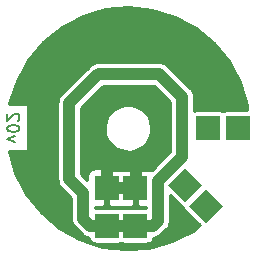
<source format=gbr>
G04 #@! TF.GenerationSoftware,KiCad,Pcbnew,no-vcs-found-5013ea2~58~ubuntu16.04.1*
G04 #@! TF.CreationDate,2017-05-24T10:35:15-06:00*
G04 #@! TF.ProjectId,HiBeam_4-pack_v02,48694265616D5F342D7061636B5F7630,rev?*
G04 #@! TF.FileFunction,Copper,L2,Bot,Signal*
G04 #@! TF.FilePolarity,Positive*
%FSLAX46Y46*%
G04 Gerber Fmt 4.6, Leading zero omitted, Abs format (unit mm)*
G04 Created by KiCad (PCBNEW no-vcs-found-5013ea2~58~ubuntu16.04.1) date Wed May 24 10:35:15 2017*
%MOMM*%
%LPD*%
G01*
G04 APERTURE LIST*
%ADD10C,0.100000*%
%ADD11C,0.203200*%
%ADD12R,2.000000X2.000000*%
%ADD13C,2.000000*%
%ADD14C,0.600000*%
%ADD15C,1.016000*%
%ADD16C,0.609600*%
%ADD17C,0.254000*%
G04 APERTURE END LIST*
D10*
D11*
X136387114Y-99558323D02*
X135709780Y-99316419D01*
X136387114Y-99074514D01*
X136725780Y-98493942D02*
X136725780Y-98397180D01*
X136677400Y-98300419D01*
X136629019Y-98252038D01*
X136532257Y-98203657D01*
X136338733Y-98155276D01*
X136096828Y-98155276D01*
X135903304Y-98203657D01*
X135806542Y-98252038D01*
X135758161Y-98300419D01*
X135709780Y-98397180D01*
X135709780Y-98493942D01*
X135758161Y-98590704D01*
X135806542Y-98639085D01*
X135903304Y-98687466D01*
X136096828Y-98735847D01*
X136338733Y-98735847D01*
X136532257Y-98687466D01*
X136629019Y-98639085D01*
X136677400Y-98590704D01*
X136725780Y-98493942D01*
X136629019Y-97768228D02*
X136677400Y-97719847D01*
X136725780Y-97623085D01*
X136725780Y-97381180D01*
X136677400Y-97284419D01*
X136629019Y-97236038D01*
X136532257Y-97187657D01*
X136435495Y-97187657D01*
X136290352Y-97236038D01*
X135709780Y-97816609D01*
X135709780Y-97187657D01*
D12*
X146558000Y-106680000D03*
X155244800Y-98399600D03*
X152730200Y-98399600D03*
D13*
X150749000Y-103251000D03*
D10*
G36*
X150749000Y-104665214D02*
X149334786Y-103251000D01*
X150749000Y-101836786D01*
X152163214Y-103251000D01*
X150749000Y-104665214D01*
X150749000Y-104665214D01*
G37*
D13*
X152527000Y-105029000D03*
D10*
G36*
X152527000Y-106443214D02*
X151112786Y-105029000D01*
X152527000Y-103614786D01*
X153941214Y-105029000D01*
X152527000Y-106443214D01*
X152527000Y-106443214D01*
G37*
D12*
X146532600Y-103454200D03*
X144145000Y-106680000D03*
X144119600Y-103454200D03*
D14*
X146558000Y-106680000D03*
X149352000Y-94615000D03*
X142240000Y-94996000D03*
X149733000Y-101600000D03*
X145973800Y-91998800D03*
X139446000Y-98425000D03*
X146532600Y-103454200D03*
X147929600Y-101523800D03*
X149021800Y-96418400D03*
X143967200Y-95300800D03*
X142798800Y-100406200D03*
X150723600Y-103301800D03*
X152527000Y-105029000D03*
X152730200Y-98399600D03*
X155244800Y-98425000D03*
D15*
X144145000Y-106680000D02*
X142722600Y-106680000D01*
X140970000Y-102743000D02*
X141351000Y-103124000D01*
X142240000Y-94996000D02*
X140970000Y-96266000D01*
X140970000Y-96266000D02*
X140970000Y-102743000D01*
X142138400Y-103911400D02*
X141351000Y-103124000D01*
X142138400Y-106095800D02*
X142138400Y-103911400D01*
X142722600Y-106680000D02*
X142138400Y-106095800D01*
X146558000Y-106680000D02*
X144145000Y-106680000D01*
X148437600Y-106273600D02*
X148031200Y-106680000D01*
X148031200Y-106680000D02*
X146558000Y-106680000D01*
X149733000Y-101600000D02*
X148437600Y-102895400D01*
X148437600Y-102895400D02*
X148437600Y-106273600D01*
X142240000Y-94996000D02*
X143230600Y-94005400D01*
X143230600Y-94005400D02*
X143433800Y-93802200D01*
X143433800Y-93802200D02*
X148539200Y-93802200D01*
X148539200Y-93802200D02*
X149352000Y-94615000D01*
X149352000Y-94615000D02*
X150495000Y-95758000D01*
X150495000Y-100838000D02*
X149733000Y-101600000D01*
X150495000Y-95758000D02*
X150495000Y-100838000D01*
X149352000Y-94615000D02*
X149352000Y-94615000D01*
X142240000Y-94996000D02*
X142240000Y-94996000D01*
X144119600Y-103454200D02*
X146532600Y-103454200D01*
X144119600Y-103454200D02*
X144119600Y-101600000D01*
X144119600Y-101600000D02*
X144018000Y-101600000D01*
X144068800Y-103454200D02*
X144018000Y-103403400D01*
X146532600Y-103454200D02*
X146583400Y-103403400D01*
X146583400Y-103403400D02*
X146583400Y-101600000D01*
X147916900Y-101511100D02*
X147828000Y-101600000D01*
X147929600Y-101523800D02*
X147916900Y-101511100D01*
X149009100Y-96431100D02*
X149098000Y-96520000D01*
X149021800Y-96418400D02*
X149009100Y-96431100D01*
X143967200Y-95300800D02*
X144018000Y-95250000D01*
D16*
X142798800Y-100406200D02*
X142811500Y-100393500D01*
X142811500Y-100393500D02*
X142748000Y-100330000D01*
D15*
X143383000Y-100965000D02*
X142748000Y-100330000D01*
X142748000Y-100330000D02*
X142748000Y-96520000D01*
X142748000Y-96520000D02*
X144018000Y-95250000D01*
X144018000Y-95250000D02*
X147828000Y-95250000D01*
X147828000Y-95250000D02*
X149098000Y-96520000D01*
X149098000Y-96520000D02*
X149098000Y-100330000D01*
X149098000Y-100330000D02*
X147828000Y-101600000D01*
X147828000Y-101600000D02*
X146583400Y-101600000D01*
X146583400Y-101600000D02*
X145923000Y-101600000D01*
X145923000Y-101600000D02*
X144018000Y-101600000D01*
X144018000Y-101600000D02*
X143383000Y-100965000D01*
D17*
X150723600Y-103301800D02*
X150749000Y-103276400D01*
X150749000Y-103276400D02*
X150749000Y-103251000D01*
X155244800Y-98425000D02*
X155244800Y-98399600D01*
G36*
X147985187Y-88378809D02*
X149897228Y-88970685D01*
X151657892Y-89922673D01*
X153200116Y-91198511D01*
X154465157Y-92749604D01*
X155404830Y-94516872D01*
X155983343Y-96432999D01*
X156028068Y-96889143D01*
X154244800Y-96889143D01*
X154145215Y-96898951D01*
X154049457Y-96927999D01*
X153987500Y-96961116D01*
X153925543Y-96927999D01*
X153829785Y-96898951D01*
X153730200Y-96889143D01*
X151730200Y-96889143D01*
X151630615Y-96898951D01*
X151534857Y-96927999D01*
X151511000Y-96940751D01*
X151511000Y-95758000D01*
X151501841Y-95664593D01*
X151493662Y-95571105D01*
X151492171Y-95565974D01*
X151491650Y-95560658D01*
X151464531Y-95470834D01*
X151438342Y-95380690D01*
X151435883Y-95375946D01*
X151434339Y-95370832D01*
X151390279Y-95287967D01*
X151347089Y-95204646D01*
X151343756Y-95200471D01*
X151341248Y-95195754D01*
X151281939Y-95123034D01*
X151223381Y-95049680D01*
X151216048Y-95042243D01*
X151215924Y-95042092D01*
X151215784Y-95041976D01*
X151213420Y-95039579D01*
X150070492Y-93896652D01*
X150070421Y-93896580D01*
X149257620Y-93083780D01*
X149185114Y-93024223D01*
X149113206Y-92963885D01*
X149108525Y-92961311D01*
X149104396Y-92957920D01*
X149021688Y-92913572D01*
X148939445Y-92868358D01*
X148934352Y-92866742D01*
X148929644Y-92864218D01*
X148839873Y-92836772D01*
X148750438Y-92808402D01*
X148745132Y-92807807D01*
X148740020Y-92806244D01*
X148646619Y-92796757D01*
X148553386Y-92786299D01*
X148542945Y-92786226D01*
X148542747Y-92786206D01*
X148542562Y-92786223D01*
X148539200Y-92786200D01*
X143433800Y-92786200D01*
X143340393Y-92795359D01*
X143246905Y-92803538D01*
X143241774Y-92805029D01*
X143236458Y-92805550D01*
X143146634Y-92832669D01*
X143056490Y-92858858D01*
X143051746Y-92861317D01*
X143046632Y-92862861D01*
X142963767Y-92906921D01*
X142880446Y-92950111D01*
X142876271Y-92953444D01*
X142871554Y-92955952D01*
X142798834Y-93015261D01*
X142725480Y-93073819D01*
X142718043Y-93081152D01*
X142717892Y-93081276D01*
X142717776Y-93081416D01*
X142715379Y-93083780D01*
X142512252Y-93286908D01*
X142512180Y-93286979D01*
X141521651Y-94277509D01*
X141521579Y-94277580D01*
X140251580Y-95547580D01*
X140192023Y-95620086D01*
X140131685Y-95691994D01*
X140129111Y-95696675D01*
X140125720Y-95700804D01*
X140081372Y-95783512D01*
X140036158Y-95865755D01*
X140034542Y-95870848D01*
X140032018Y-95875556D01*
X140004572Y-95965327D01*
X139976202Y-96054762D01*
X139975607Y-96060068D01*
X139974044Y-96065180D01*
X139964557Y-96158581D01*
X139954099Y-96251814D01*
X139954026Y-96262255D01*
X139954006Y-96262453D01*
X139954023Y-96262638D01*
X139954000Y-96266000D01*
X139954000Y-102743000D01*
X139963159Y-102836407D01*
X139971338Y-102929895D01*
X139972829Y-102935026D01*
X139973350Y-102940342D01*
X140000469Y-103030166D01*
X140026658Y-103120310D01*
X140029117Y-103125054D01*
X140030661Y-103130168D01*
X140074732Y-103213053D01*
X140117911Y-103296353D01*
X140121242Y-103300526D01*
X140123752Y-103305246D01*
X140183074Y-103377982D01*
X140241618Y-103451319D01*
X140248949Y-103458752D01*
X140249076Y-103458908D01*
X140249220Y-103459027D01*
X140251580Y-103461420D01*
X140632579Y-103842420D01*
X140632585Y-103842425D01*
X141122400Y-104332241D01*
X141122400Y-106095800D01*
X141131559Y-106189207D01*
X141139738Y-106282695D01*
X141141229Y-106287826D01*
X141141750Y-106293142D01*
X141168869Y-106382966D01*
X141195058Y-106473110D01*
X141197517Y-106477854D01*
X141199061Y-106482968D01*
X141243132Y-106565853D01*
X141286311Y-106649153D01*
X141289642Y-106653326D01*
X141292152Y-106658046D01*
X141351474Y-106730782D01*
X141410018Y-106804119D01*
X141417349Y-106811552D01*
X141417476Y-106811708D01*
X141417620Y-106811827D01*
X141419980Y-106814220D01*
X142004180Y-107398421D01*
X142076716Y-107458002D01*
X142148594Y-107518315D01*
X142153275Y-107520888D01*
X142157404Y-107524280D01*
X142240112Y-107568628D01*
X142322355Y-107613842D01*
X142327448Y-107615458D01*
X142332156Y-107617982D01*
X142421914Y-107645424D01*
X142511362Y-107673798D01*
X142516670Y-107674393D01*
X142521781Y-107675956D01*
X142615176Y-107685443D01*
X142635301Y-107687700D01*
X142644351Y-107779585D01*
X142673399Y-107875343D01*
X142720571Y-107963595D01*
X142784052Y-108040948D01*
X142861405Y-108104429D01*
X142949657Y-108151601D01*
X143045415Y-108180649D01*
X143145000Y-108190457D01*
X145145000Y-108190457D01*
X145244585Y-108180649D01*
X145340343Y-108151601D01*
X145351500Y-108145637D01*
X145362657Y-108151601D01*
X145458415Y-108180649D01*
X145558000Y-108190457D01*
X147558000Y-108190457D01*
X147657585Y-108180649D01*
X147753343Y-108151601D01*
X147841595Y-108104429D01*
X147918948Y-108040948D01*
X147982429Y-107963595D01*
X148029601Y-107875343D01*
X148058649Y-107779585D01*
X148067229Y-107692467D01*
X148124607Y-107686841D01*
X148218095Y-107678662D01*
X148223226Y-107677171D01*
X148228542Y-107676650D01*
X148318366Y-107649531D01*
X148408510Y-107623342D01*
X148413254Y-107620883D01*
X148418368Y-107619339D01*
X148501253Y-107575268D01*
X148584553Y-107532089D01*
X148588726Y-107528758D01*
X148593446Y-107526248D01*
X148666182Y-107466926D01*
X148739519Y-107408382D01*
X148746952Y-107401051D01*
X148747108Y-107400924D01*
X148747227Y-107400780D01*
X148749620Y-107398420D01*
X149156020Y-106992021D01*
X149215598Y-106919490D01*
X149275915Y-106847606D01*
X149278488Y-106842925D01*
X149281880Y-106838796D01*
X149326228Y-106756088D01*
X149371442Y-106673845D01*
X149373058Y-106668752D01*
X149375582Y-106664044D01*
X149403015Y-106574314D01*
X149431398Y-106484838D01*
X149431994Y-106479527D01*
X149433555Y-106474420D01*
X149443033Y-106381114D01*
X149453501Y-106287786D01*
X149453574Y-106277335D01*
X149453593Y-106277147D01*
X149453576Y-106276972D01*
X149453600Y-106273600D01*
X149453600Y-104091710D01*
X150388052Y-105026162D01*
X150465405Y-105089643D01*
X150553657Y-105136815D01*
X150620813Y-105157187D01*
X150641185Y-105224343D01*
X150688357Y-105312595D01*
X150751838Y-105389948D01*
X151995241Y-106633351D01*
X151418257Y-107084140D01*
X149631699Y-107986596D01*
X147703877Y-108524853D01*
X145708222Y-108678411D01*
X143720747Y-108441419D01*
X141817156Y-107822905D01*
X140069956Y-106846427D01*
X138545696Y-105549180D01*
X137302435Y-103980575D01*
X136387528Y-102200360D01*
X135846355Y-100313067D01*
X137459720Y-100313067D01*
X137459720Y-96384534D01*
X135881153Y-96384534D01*
X135891451Y-96292728D01*
X136496660Y-94384866D01*
X137460917Y-92630891D01*
X138747491Y-91097611D01*
X140307378Y-89843430D01*
X142081162Y-88916118D01*
X144001281Y-88350996D01*
X145994597Y-88169590D01*
X147985187Y-88378809D01*
X147985187Y-88378809D01*
G37*
X147985187Y-88378809D02*
X149897228Y-88970685D01*
X151657892Y-89922673D01*
X153200116Y-91198511D01*
X154465157Y-92749604D01*
X155404830Y-94516872D01*
X155983343Y-96432999D01*
X156028068Y-96889143D01*
X154244800Y-96889143D01*
X154145215Y-96898951D01*
X154049457Y-96927999D01*
X153987500Y-96961116D01*
X153925543Y-96927999D01*
X153829785Y-96898951D01*
X153730200Y-96889143D01*
X151730200Y-96889143D01*
X151630615Y-96898951D01*
X151534857Y-96927999D01*
X151511000Y-96940751D01*
X151511000Y-95758000D01*
X151501841Y-95664593D01*
X151493662Y-95571105D01*
X151492171Y-95565974D01*
X151491650Y-95560658D01*
X151464531Y-95470834D01*
X151438342Y-95380690D01*
X151435883Y-95375946D01*
X151434339Y-95370832D01*
X151390279Y-95287967D01*
X151347089Y-95204646D01*
X151343756Y-95200471D01*
X151341248Y-95195754D01*
X151281939Y-95123034D01*
X151223381Y-95049680D01*
X151216048Y-95042243D01*
X151215924Y-95042092D01*
X151215784Y-95041976D01*
X151213420Y-95039579D01*
X150070492Y-93896652D01*
X150070421Y-93896580D01*
X149257620Y-93083780D01*
X149185114Y-93024223D01*
X149113206Y-92963885D01*
X149108525Y-92961311D01*
X149104396Y-92957920D01*
X149021688Y-92913572D01*
X148939445Y-92868358D01*
X148934352Y-92866742D01*
X148929644Y-92864218D01*
X148839873Y-92836772D01*
X148750438Y-92808402D01*
X148745132Y-92807807D01*
X148740020Y-92806244D01*
X148646619Y-92796757D01*
X148553386Y-92786299D01*
X148542945Y-92786226D01*
X148542747Y-92786206D01*
X148542562Y-92786223D01*
X148539200Y-92786200D01*
X143433800Y-92786200D01*
X143340393Y-92795359D01*
X143246905Y-92803538D01*
X143241774Y-92805029D01*
X143236458Y-92805550D01*
X143146634Y-92832669D01*
X143056490Y-92858858D01*
X143051746Y-92861317D01*
X143046632Y-92862861D01*
X142963767Y-92906921D01*
X142880446Y-92950111D01*
X142876271Y-92953444D01*
X142871554Y-92955952D01*
X142798834Y-93015261D01*
X142725480Y-93073819D01*
X142718043Y-93081152D01*
X142717892Y-93081276D01*
X142717776Y-93081416D01*
X142715379Y-93083780D01*
X142512252Y-93286908D01*
X142512180Y-93286979D01*
X141521651Y-94277509D01*
X141521579Y-94277580D01*
X140251580Y-95547580D01*
X140192023Y-95620086D01*
X140131685Y-95691994D01*
X140129111Y-95696675D01*
X140125720Y-95700804D01*
X140081372Y-95783512D01*
X140036158Y-95865755D01*
X140034542Y-95870848D01*
X140032018Y-95875556D01*
X140004572Y-95965327D01*
X139976202Y-96054762D01*
X139975607Y-96060068D01*
X139974044Y-96065180D01*
X139964557Y-96158581D01*
X139954099Y-96251814D01*
X139954026Y-96262255D01*
X139954006Y-96262453D01*
X139954023Y-96262638D01*
X139954000Y-96266000D01*
X139954000Y-102743000D01*
X139963159Y-102836407D01*
X139971338Y-102929895D01*
X139972829Y-102935026D01*
X139973350Y-102940342D01*
X140000469Y-103030166D01*
X140026658Y-103120310D01*
X140029117Y-103125054D01*
X140030661Y-103130168D01*
X140074732Y-103213053D01*
X140117911Y-103296353D01*
X140121242Y-103300526D01*
X140123752Y-103305246D01*
X140183074Y-103377982D01*
X140241618Y-103451319D01*
X140248949Y-103458752D01*
X140249076Y-103458908D01*
X140249220Y-103459027D01*
X140251580Y-103461420D01*
X140632579Y-103842420D01*
X140632585Y-103842425D01*
X141122400Y-104332241D01*
X141122400Y-106095800D01*
X141131559Y-106189207D01*
X141139738Y-106282695D01*
X141141229Y-106287826D01*
X141141750Y-106293142D01*
X141168869Y-106382966D01*
X141195058Y-106473110D01*
X141197517Y-106477854D01*
X141199061Y-106482968D01*
X141243132Y-106565853D01*
X141286311Y-106649153D01*
X141289642Y-106653326D01*
X141292152Y-106658046D01*
X141351474Y-106730782D01*
X141410018Y-106804119D01*
X141417349Y-106811552D01*
X141417476Y-106811708D01*
X141417620Y-106811827D01*
X141419980Y-106814220D01*
X142004180Y-107398421D01*
X142076716Y-107458002D01*
X142148594Y-107518315D01*
X142153275Y-107520888D01*
X142157404Y-107524280D01*
X142240112Y-107568628D01*
X142322355Y-107613842D01*
X142327448Y-107615458D01*
X142332156Y-107617982D01*
X142421914Y-107645424D01*
X142511362Y-107673798D01*
X142516670Y-107674393D01*
X142521781Y-107675956D01*
X142615176Y-107685443D01*
X142635301Y-107687700D01*
X142644351Y-107779585D01*
X142673399Y-107875343D01*
X142720571Y-107963595D01*
X142784052Y-108040948D01*
X142861405Y-108104429D01*
X142949657Y-108151601D01*
X143045415Y-108180649D01*
X143145000Y-108190457D01*
X145145000Y-108190457D01*
X145244585Y-108180649D01*
X145340343Y-108151601D01*
X145351500Y-108145637D01*
X145362657Y-108151601D01*
X145458415Y-108180649D01*
X145558000Y-108190457D01*
X147558000Y-108190457D01*
X147657585Y-108180649D01*
X147753343Y-108151601D01*
X147841595Y-108104429D01*
X147918948Y-108040948D01*
X147982429Y-107963595D01*
X148029601Y-107875343D01*
X148058649Y-107779585D01*
X148067229Y-107692467D01*
X148124607Y-107686841D01*
X148218095Y-107678662D01*
X148223226Y-107677171D01*
X148228542Y-107676650D01*
X148318366Y-107649531D01*
X148408510Y-107623342D01*
X148413254Y-107620883D01*
X148418368Y-107619339D01*
X148501253Y-107575268D01*
X148584553Y-107532089D01*
X148588726Y-107528758D01*
X148593446Y-107526248D01*
X148666182Y-107466926D01*
X148739519Y-107408382D01*
X148746952Y-107401051D01*
X148747108Y-107400924D01*
X148747227Y-107400780D01*
X148749620Y-107398420D01*
X149156020Y-106992021D01*
X149215598Y-106919490D01*
X149275915Y-106847606D01*
X149278488Y-106842925D01*
X149281880Y-106838796D01*
X149326228Y-106756088D01*
X149371442Y-106673845D01*
X149373058Y-106668752D01*
X149375582Y-106664044D01*
X149403015Y-106574314D01*
X149431398Y-106484838D01*
X149431994Y-106479527D01*
X149433555Y-106474420D01*
X149443033Y-106381114D01*
X149453501Y-106287786D01*
X149453574Y-106277335D01*
X149453593Y-106277147D01*
X149453576Y-106276972D01*
X149453600Y-106273600D01*
X149453600Y-104091710D01*
X150388052Y-105026162D01*
X150465405Y-105089643D01*
X150553657Y-105136815D01*
X150620813Y-105157187D01*
X150641185Y-105224343D01*
X150688357Y-105312595D01*
X150751838Y-105389948D01*
X151995241Y-106633351D01*
X151418257Y-107084140D01*
X149631699Y-107986596D01*
X147703877Y-108524853D01*
X145708222Y-108678411D01*
X143720747Y-108441419D01*
X141817156Y-107822905D01*
X140069956Y-106846427D01*
X138545696Y-105549180D01*
X137302435Y-103980575D01*
X136387528Y-102200360D01*
X135846355Y-100313067D01*
X137459720Y-100313067D01*
X137459720Y-96384534D01*
X135881153Y-96384534D01*
X135891451Y-96292728D01*
X136496660Y-94384866D01*
X137460917Y-92630891D01*
X138747491Y-91097611D01*
X140307378Y-89843430D01*
X142081162Y-88916118D01*
X144001281Y-88350996D01*
X145994597Y-88169590D01*
X147985187Y-88378809D01*
G36*
X148633580Y-95333421D02*
X148633586Y-95333426D01*
X149479000Y-96178841D01*
X149479000Y-100417159D01*
X149014651Y-100881509D01*
X149014579Y-100881580D01*
X147936075Y-101960085D01*
X147833385Y-101891470D01*
X147717823Y-101843603D01*
X147595142Y-101819200D01*
X146818350Y-101819200D01*
X146659600Y-101977950D01*
X146659600Y-103327200D01*
X146679600Y-103327200D01*
X146679600Y-103581200D01*
X146659600Y-103581200D01*
X146659600Y-104930450D01*
X146818350Y-105089200D01*
X147421600Y-105089200D01*
X147421600Y-105169543D01*
X145558000Y-105169543D01*
X145458415Y-105179351D01*
X145362657Y-105208399D01*
X145351500Y-105214363D01*
X145340343Y-105208399D01*
X145244585Y-105179351D01*
X145145000Y-105169543D01*
X143154400Y-105169543D01*
X143154400Y-105089200D01*
X143833850Y-105089200D01*
X143992600Y-104930450D01*
X143992600Y-103581200D01*
X144246600Y-103581200D01*
X144246600Y-104930450D01*
X144405350Y-105089200D01*
X145182142Y-105089200D01*
X145304823Y-105064797D01*
X145326100Y-105055984D01*
X145347377Y-105064797D01*
X145470058Y-105089200D01*
X146246850Y-105089200D01*
X146405600Y-104930450D01*
X146405600Y-103581200D01*
X144246600Y-103581200D01*
X143992600Y-103581200D01*
X143972600Y-103581200D01*
X143972600Y-103327200D01*
X143992600Y-103327200D01*
X143992600Y-101977950D01*
X144246600Y-101977950D01*
X144246600Y-103327200D01*
X146405600Y-103327200D01*
X146405600Y-101977950D01*
X146246850Y-101819200D01*
X145470058Y-101819200D01*
X145347377Y-101843603D01*
X145326100Y-101852416D01*
X145304823Y-101843603D01*
X145182142Y-101819200D01*
X144405350Y-101819200D01*
X144246600Y-101977950D01*
X143992600Y-101977950D01*
X143833850Y-101819200D01*
X143057058Y-101819200D01*
X142934377Y-101843603D01*
X142818815Y-101891470D01*
X142714811Y-101960963D01*
X142626363Y-102049411D01*
X142556870Y-102153415D01*
X142509003Y-102268977D01*
X142484600Y-102391658D01*
X142484600Y-102820759D01*
X142069491Y-102405651D01*
X142069420Y-102405579D01*
X141986000Y-102322159D01*
X141986000Y-98590517D01*
X143951912Y-98590517D01*
X144021600Y-98970218D01*
X144163712Y-99329151D01*
X144372835Y-99653646D01*
X144641003Y-99931342D01*
X144958001Y-100151662D01*
X145311757Y-100306214D01*
X145688794Y-100389111D01*
X146074752Y-100397195D01*
X146454930Y-100330160D01*
X146814847Y-100190557D01*
X147140794Y-99983705D01*
X147420355Y-99717482D01*
X147642883Y-99402029D01*
X147799900Y-99049362D01*
X147885428Y-98672912D01*
X147891585Y-98231979D01*
X147816602Y-97853288D01*
X147669492Y-97496374D01*
X147455860Y-97174830D01*
X147183841Y-96900906D01*
X146863797Y-96685033D01*
X146507918Y-96535436D01*
X146129760Y-96457811D01*
X145743726Y-96455116D01*
X145364522Y-96527453D01*
X145006589Y-96672067D01*
X144683562Y-96883450D01*
X144407745Y-97153550D01*
X144189643Y-97472079D01*
X144037565Y-97826905D01*
X143957302Y-98204512D01*
X143951912Y-98590517D01*
X141986000Y-98590517D01*
X141986000Y-96686840D01*
X142958420Y-95714421D01*
X142958425Y-95714415D01*
X143854641Y-94818200D01*
X148118360Y-94818200D01*
X148633580Y-95333421D01*
X148633580Y-95333421D01*
G37*
X148633580Y-95333421D02*
X148633586Y-95333426D01*
X149479000Y-96178841D01*
X149479000Y-100417159D01*
X149014651Y-100881509D01*
X149014579Y-100881580D01*
X147936075Y-101960085D01*
X147833385Y-101891470D01*
X147717823Y-101843603D01*
X147595142Y-101819200D01*
X146818350Y-101819200D01*
X146659600Y-101977950D01*
X146659600Y-103327200D01*
X146679600Y-103327200D01*
X146679600Y-103581200D01*
X146659600Y-103581200D01*
X146659600Y-104930450D01*
X146818350Y-105089200D01*
X147421600Y-105089200D01*
X147421600Y-105169543D01*
X145558000Y-105169543D01*
X145458415Y-105179351D01*
X145362657Y-105208399D01*
X145351500Y-105214363D01*
X145340343Y-105208399D01*
X145244585Y-105179351D01*
X145145000Y-105169543D01*
X143154400Y-105169543D01*
X143154400Y-105089200D01*
X143833850Y-105089200D01*
X143992600Y-104930450D01*
X143992600Y-103581200D01*
X144246600Y-103581200D01*
X144246600Y-104930450D01*
X144405350Y-105089200D01*
X145182142Y-105089200D01*
X145304823Y-105064797D01*
X145326100Y-105055984D01*
X145347377Y-105064797D01*
X145470058Y-105089200D01*
X146246850Y-105089200D01*
X146405600Y-104930450D01*
X146405600Y-103581200D01*
X144246600Y-103581200D01*
X143992600Y-103581200D01*
X143972600Y-103581200D01*
X143972600Y-103327200D01*
X143992600Y-103327200D01*
X143992600Y-101977950D01*
X144246600Y-101977950D01*
X144246600Y-103327200D01*
X146405600Y-103327200D01*
X146405600Y-101977950D01*
X146246850Y-101819200D01*
X145470058Y-101819200D01*
X145347377Y-101843603D01*
X145326100Y-101852416D01*
X145304823Y-101843603D01*
X145182142Y-101819200D01*
X144405350Y-101819200D01*
X144246600Y-101977950D01*
X143992600Y-101977950D01*
X143833850Y-101819200D01*
X143057058Y-101819200D01*
X142934377Y-101843603D01*
X142818815Y-101891470D01*
X142714811Y-101960963D01*
X142626363Y-102049411D01*
X142556870Y-102153415D01*
X142509003Y-102268977D01*
X142484600Y-102391658D01*
X142484600Y-102820759D01*
X142069491Y-102405651D01*
X142069420Y-102405579D01*
X141986000Y-102322159D01*
X141986000Y-98590517D01*
X143951912Y-98590517D01*
X144021600Y-98970218D01*
X144163712Y-99329151D01*
X144372835Y-99653646D01*
X144641003Y-99931342D01*
X144958001Y-100151662D01*
X145311757Y-100306214D01*
X145688794Y-100389111D01*
X146074752Y-100397195D01*
X146454930Y-100330160D01*
X146814847Y-100190557D01*
X147140794Y-99983705D01*
X147420355Y-99717482D01*
X147642883Y-99402029D01*
X147799900Y-99049362D01*
X147885428Y-98672912D01*
X147891585Y-98231979D01*
X147816602Y-97853288D01*
X147669492Y-97496374D01*
X147455860Y-97174830D01*
X147183841Y-96900906D01*
X146863797Y-96685033D01*
X146507918Y-96535436D01*
X146129760Y-96457811D01*
X145743726Y-96455116D01*
X145364522Y-96527453D01*
X145006589Y-96672067D01*
X144683562Y-96883450D01*
X144407745Y-97153550D01*
X144189643Y-97472079D01*
X144037565Y-97826905D01*
X143957302Y-98204512D01*
X143951912Y-98590517D01*
X141986000Y-98590517D01*
X141986000Y-96686840D01*
X142958420Y-95714421D01*
X142958425Y-95714415D01*
X143854641Y-94818200D01*
X148118360Y-94818200D01*
X148633580Y-95333421D01*
M02*

</source>
